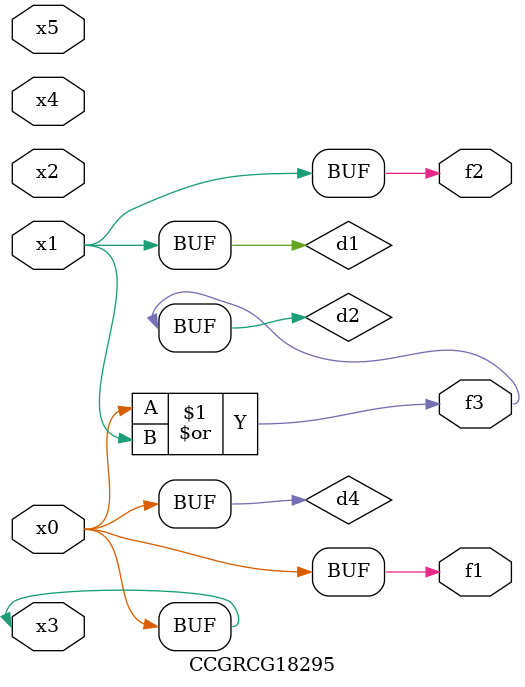
<source format=v>
module CCGRCG18295(
	input x0, x1, x2, x3, x4, x5,
	output f1, f2, f3
);

	wire d1, d2, d3, d4;

	and (d1, x1);
	or (d2, x0, x1);
	nand (d3, x0, x5);
	buf (d4, x0, x3);
	assign f1 = d4;
	assign f2 = d1;
	assign f3 = d2;
endmodule

</source>
